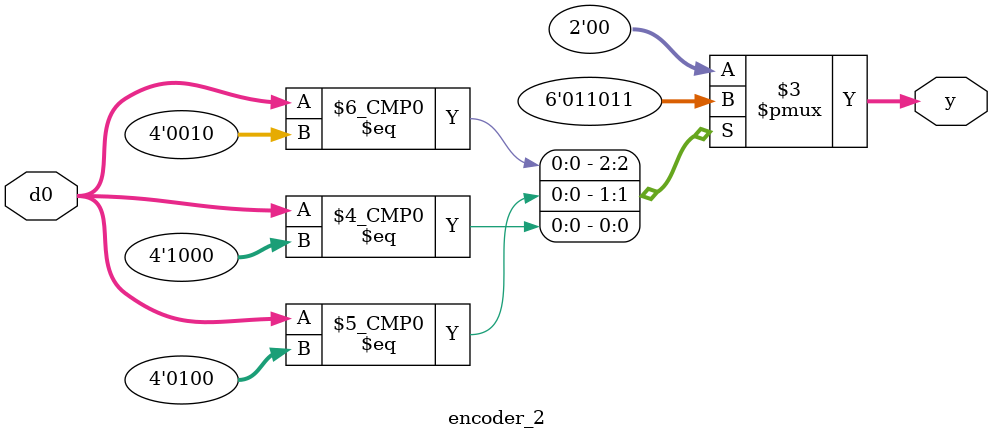
<source format=v>
module encoder_2 (input [3:0]d0,output reg [1:0]y);
always@(*)
begin
	case(d0)
		4'b0001 : y=2'b00;
		4'b0010 : y=2'b01;
  	4'b0100 : y=2'b10;
		4'b1000 : y=2'b11;
		default : y=2'b00;
	endcase
end

endmodule



</source>
